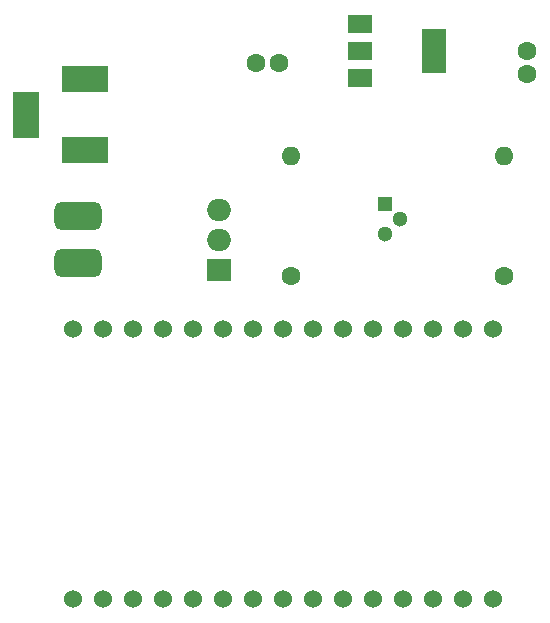
<source format=gts>
G04 #@! TF.GenerationSoftware,KiCad,Pcbnew,(6.0.7)*
G04 #@! TF.CreationDate,2024-02-18T11:09:31-05:00*
G04 #@! TF.ProjectId,temp_fan_controller,74656d70-5f66-4616-9e5f-636f6e74726f,rev?*
G04 #@! TF.SameCoordinates,Original*
G04 #@! TF.FileFunction,Soldermask,Top*
G04 #@! TF.FilePolarity,Negative*
%FSLAX46Y46*%
G04 Gerber Fmt 4.6, Leading zero omitted, Abs format (unit mm)*
G04 Created by KiCad (PCBNEW (6.0.7)) date 2024-02-18 11:09:31*
%MOMM*%
%LPD*%
G01*
G04 APERTURE LIST*
G04 Aperture macros list*
%AMRoundRect*
0 Rectangle with rounded corners*
0 $1 Rounding radius*
0 $2 $3 $4 $5 $6 $7 $8 $9 X,Y pos of 4 corners*
0 Add a 4 corners polygon primitive as box body*
4,1,4,$2,$3,$4,$5,$6,$7,$8,$9,$2,$3,0*
0 Add four circle primitives for the rounded corners*
1,1,$1+$1,$2,$3*
1,1,$1+$1,$4,$5*
1,1,$1+$1,$6,$7*
1,1,$1+$1,$8,$9*
0 Add four rect primitives between the rounded corners*
20,1,$1+$1,$2,$3,$4,$5,0*
20,1,$1+$1,$4,$5,$6,$7,0*
20,1,$1+$1,$6,$7,$8,$9,0*
20,1,$1+$1,$8,$9,$2,$3,0*%
G04 Aperture macros list end*
%ADD10R,1.300000X1.300000*%
%ADD11C,1.300000*%
%ADD12RoundRect,0.600000X1.400000X0.600000X-1.400000X0.600000X-1.400000X-0.600000X1.400000X-0.600000X0*%
%ADD13C,1.524000*%
%ADD14R,2.000000X1.500000*%
%ADD15R,2.000000X3.800000*%
%ADD16C,1.600000*%
%ADD17O,1.600000X1.600000*%
%ADD18R,2.000000X1.905000*%
%ADD19O,2.000000X1.905000*%
%ADD20R,4.000000X2.200000*%
%ADD21R,2.200000X4.000000*%
G04 APERTURE END LIST*
D10*
X124000000Y-79000000D03*
D11*
X125270000Y-80270000D03*
X124000000Y-81540000D03*
D12*
X98000000Y-80000000D03*
X98000000Y-84000000D03*
D13*
X97585000Y-112430000D03*
X100125000Y-112430000D03*
X102665000Y-112430000D03*
X105205000Y-112430000D03*
X107745000Y-112430000D03*
X110285000Y-112430000D03*
X112825000Y-112430000D03*
X115365000Y-112430000D03*
X117905000Y-112430000D03*
X120445000Y-112430000D03*
X122985000Y-112430000D03*
X125525000Y-112430000D03*
X128065000Y-112430000D03*
X130605000Y-112430000D03*
X133145000Y-112430000D03*
X133145000Y-89570000D03*
X130605000Y-89570000D03*
X128065000Y-89570000D03*
X125525000Y-89570000D03*
X122985000Y-89570000D03*
X120445000Y-89570000D03*
X117905000Y-89570000D03*
X115365000Y-89570000D03*
X112825000Y-89570000D03*
X110285000Y-89570000D03*
X107745000Y-89570000D03*
X105205000Y-89570000D03*
X102665000Y-89570000D03*
X100125000Y-89570000D03*
X97585000Y-89570000D03*
D14*
X121850000Y-63700000D03*
X121850000Y-66000000D03*
X121850000Y-68300000D03*
D15*
X128150000Y-66000000D03*
D16*
X116000000Y-85080000D03*
D17*
X116000000Y-74920000D03*
D16*
X134000000Y-85080000D03*
D17*
X134000000Y-74920000D03*
D18*
X109945000Y-84540000D03*
D19*
X109945000Y-82000000D03*
X109945000Y-79460000D03*
D16*
X136000000Y-68000000D03*
X136000000Y-66000000D03*
X113000000Y-67000000D03*
X115000000Y-67000000D03*
D20*
X98575000Y-74400000D03*
X98575000Y-68400000D03*
D21*
X93575000Y-71400000D03*
M02*

</source>
